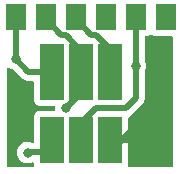
<source format=gtl>
G04 #@! TF.GenerationSoftware,KiCad,Pcbnew,(6.0.6-0)*
G04 #@! TF.CreationDate,2022-07-24T09:40:11-04:00*
G04 #@! TF.ProjectId,hitclips_2040_adapter_v5,68697463-6c69-4707-935f-323034305f61,rev?*
G04 #@! TF.SameCoordinates,Original*
G04 #@! TF.FileFunction,Copper,L1,Top*
G04 #@! TF.FilePolarity,Positive*
%FSLAX46Y46*%
G04 Gerber Fmt 4.6, Leading zero omitted, Abs format (unit mm)*
G04 Created by KiCad (PCBNEW (6.0.6-0)) date 2022-07-24 09:40:11*
%MOMM*%
%LPD*%
G01*
G04 APERTURE LIST*
G04 #@! TA.AperFunction,SMDPad,CuDef*
%ADD10R,2.000000X4.800000*%
G04 #@! TD*
G04 #@! TA.AperFunction,SMDPad,CuDef*
%ADD11R,2.000000X4.000000*%
G04 #@! TD*
G04 #@! TA.AperFunction,ComponentPad*
%ADD12R,1.800000X2.200000*%
G04 #@! TD*
G04 #@! TA.AperFunction,ViaPad*
%ADD13C,0.800000*%
G04 #@! TD*
G04 #@! TA.AperFunction,Conductor*
%ADD14C,0.500000*%
G04 #@! TD*
G04 #@! TA.AperFunction,Conductor*
%ADD15C,0.200000*%
G04 #@! TD*
G04 APERTURE END LIST*
D10*
X134943200Y-90432000D03*
X137423200Y-90432000D03*
X139903200Y-90432000D03*
D11*
X139903200Y-96232000D03*
X137423200Y-96232000D03*
X134943200Y-96232000D03*
D12*
X131875600Y-85783200D03*
X134415600Y-85783200D03*
X136955600Y-85783200D03*
X139495600Y-85783200D03*
X142035600Y-85783200D03*
X144575600Y-85783200D03*
D13*
X131875600Y-89356000D03*
X136144000Y-93522800D03*
X142035600Y-89968000D03*
X132232400Y-92760800D03*
X143611600Y-92151200D03*
X132892800Y-97282000D03*
D14*
X134943200Y-90432000D02*
X132951600Y-90432000D01*
X132951600Y-90432000D02*
X131875600Y-89356000D01*
X131875600Y-89356000D02*
X131875600Y-86000420D01*
X137423200Y-92243600D02*
X136144000Y-93522800D01*
X137423200Y-90432000D02*
X137423200Y-92243600D01*
X142035600Y-89968000D02*
X142035600Y-86000420D01*
X137423200Y-88655200D02*
X136100711Y-87332711D01*
X135747891Y-87332711D02*
X134415600Y-86000420D01*
X137423200Y-90932000D02*
X137423200Y-88655200D01*
X136100711Y-87332711D02*
X135747891Y-87332711D01*
X139903200Y-90932000D02*
X139903200Y-88948020D01*
X138691511Y-87332711D02*
X138287891Y-87332711D01*
X138287891Y-87332711D02*
X136955600Y-86000420D01*
X139903200Y-88544400D02*
X138691511Y-87332711D01*
X139903200Y-88948020D02*
X139903200Y-88544400D01*
X143611600Y-93539600D02*
X143611600Y-92151200D01*
X139903200Y-97248000D02*
X143611600Y-93539600D01*
X137423200Y-97248000D02*
X137423200Y-96028978D01*
X141211422Y-93522800D02*
X142035600Y-92698622D01*
X137423200Y-96232000D02*
X137423200Y-94812978D01*
X138713378Y-93522800D02*
X141211422Y-93522800D01*
X137423200Y-94812978D02*
X138713378Y-93522800D01*
X142035600Y-92698622D02*
X142035600Y-89968000D01*
D15*
X137423200Y-97248000D02*
X137423200Y-96328978D01*
D14*
X132926800Y-97248000D02*
X132892800Y-97282000D01*
X134943200Y-97248000D02*
X132926800Y-97248000D01*
G04 #@! TA.AperFunction,Conductor*
G36*
X143365923Y-87288248D02*
G01*
X143381156Y-87298037D01*
X143428895Y-87333815D01*
X143565284Y-87384945D01*
X143627466Y-87391700D01*
X145059900Y-87391700D01*
X145128021Y-87411702D01*
X145174514Y-87465358D01*
X145185900Y-87517700D01*
X145185900Y-98365500D01*
X145165898Y-98433621D01*
X145112242Y-98480114D01*
X145059900Y-98491500D01*
X141527412Y-98491500D01*
X141459291Y-98471498D01*
X141412798Y-98417842D01*
X141402694Y-98347568D01*
X141404830Y-98336351D01*
X141405305Y-98334352D01*
X141410831Y-98283486D01*
X141411200Y-98276672D01*
X141411200Y-96504115D01*
X141406725Y-96488876D01*
X141405335Y-96487671D01*
X141397652Y-96486000D01*
X139775200Y-96486000D01*
X139707079Y-96465998D01*
X139660586Y-96412342D01*
X139649200Y-96360000D01*
X139649200Y-96104000D01*
X139669202Y-96035879D01*
X139722858Y-95989386D01*
X139775200Y-95978000D01*
X141393084Y-95978000D01*
X141408323Y-95973525D01*
X141409528Y-95972135D01*
X141411199Y-95964452D01*
X141411199Y-94347046D01*
X141431201Y-94278925D01*
X141484857Y-94232432D01*
X141498366Y-94227179D01*
X141522363Y-94219405D01*
X141522362Y-94219405D01*
X141529321Y-94217151D01*
X141535576Y-94213355D01*
X141541050Y-94210849D01*
X141546480Y-94208130D01*
X141553359Y-94205633D01*
X141614398Y-94165614D01*
X141618102Y-94163277D01*
X141680529Y-94125395D01*
X141688906Y-94117997D01*
X141688930Y-94118024D01*
X141691922Y-94115371D01*
X141695155Y-94112668D01*
X141701274Y-94108656D01*
X141754550Y-94052417D01*
X141756928Y-94049975D01*
X142524511Y-93282392D01*
X142538923Y-93270006D01*
X142550518Y-93261473D01*
X142550523Y-93261468D01*
X142556418Y-93257130D01*
X142561157Y-93251552D01*
X142561160Y-93251549D01*
X142590635Y-93216854D01*
X142597565Y-93209338D01*
X142603261Y-93203642D01*
X142605524Y-93200781D01*
X142605529Y-93200776D01*
X142620893Y-93181356D01*
X142623682Y-93177955D01*
X142625343Y-93176000D01*
X142670933Y-93122337D01*
X142674259Y-93115824D01*
X142677620Y-93110785D01*
X142680796Y-93105643D01*
X142685334Y-93099906D01*
X142716255Y-93033747D01*
X142718161Y-93029847D01*
X142751369Y-92964814D01*
X142753108Y-92957705D01*
X142755204Y-92952071D01*
X142757123Y-92946301D01*
X142760222Y-92939672D01*
X142775091Y-92868187D01*
X142776061Y-92863904D01*
X142792073Y-92798466D01*
X142793408Y-92793012D01*
X142794100Y-92781858D01*
X142794135Y-92781860D01*
X142794375Y-92777888D01*
X142794752Y-92773667D01*
X142796241Y-92766507D01*
X142794146Y-92689080D01*
X142794100Y-92685672D01*
X142794100Y-90504999D01*
X142810981Y-90441999D01*
X142866823Y-90345279D01*
X142866824Y-90345278D01*
X142870127Y-90339556D01*
X142929142Y-90157928D01*
X142930748Y-90142653D01*
X142948414Y-89974565D01*
X142949104Y-89968000D01*
X142929142Y-89778072D01*
X142870127Y-89596444D01*
X142810981Y-89494000D01*
X142794100Y-89431001D01*
X142794100Y-87517700D01*
X142814102Y-87449579D01*
X142867758Y-87403086D01*
X142920100Y-87391700D01*
X142983734Y-87391700D01*
X143045916Y-87384945D01*
X143182305Y-87333815D01*
X143230037Y-87298042D01*
X143296541Y-87273195D01*
X143365923Y-87288248D01*
G37*
G04 #@! TD.AperFunction*
G04 #@! TA.AperFunction,Conductor*
G36*
X131366158Y-90108836D02*
G01*
X131418848Y-90147118D01*
X131424876Y-90149802D01*
X131424878Y-90149803D01*
X131457228Y-90164206D01*
X131593312Y-90224794D01*
X131599767Y-90226166D01*
X131599776Y-90226169D01*
X131656372Y-90238199D01*
X131719269Y-90272350D01*
X132367830Y-90920911D01*
X132380216Y-90935323D01*
X132388749Y-90946918D01*
X132388754Y-90946923D01*
X132393092Y-90952818D01*
X132398670Y-90957557D01*
X132398673Y-90957560D01*
X132433368Y-90987035D01*
X132440884Y-90993965D01*
X132446580Y-90999661D01*
X132449441Y-91001924D01*
X132449446Y-91001929D01*
X132468866Y-91017293D01*
X132472267Y-91020082D01*
X132527885Y-91067333D01*
X132534398Y-91070659D01*
X132539437Y-91074020D01*
X132544579Y-91077196D01*
X132550316Y-91081734D01*
X132616475Y-91112655D01*
X132620369Y-91114558D01*
X132685408Y-91147769D01*
X132692517Y-91149508D01*
X132698151Y-91151604D01*
X132703921Y-91153523D01*
X132710550Y-91156622D01*
X132717713Y-91158112D01*
X132717716Y-91158113D01*
X132768430Y-91168661D01*
X132782035Y-91171491D01*
X132786301Y-91172457D01*
X132857210Y-91189808D01*
X132862812Y-91190156D01*
X132862815Y-91190156D01*
X132868364Y-91190500D01*
X132868362Y-91190535D01*
X132872334Y-91190775D01*
X132876555Y-91191152D01*
X132883715Y-91192641D01*
X132961142Y-91190546D01*
X132964550Y-91190500D01*
X133308700Y-91190500D01*
X133376821Y-91210502D01*
X133423314Y-91264158D01*
X133434700Y-91316500D01*
X133434700Y-92880134D01*
X133441455Y-92942316D01*
X133492585Y-93078705D01*
X133579939Y-93195261D01*
X133696495Y-93282615D01*
X133832884Y-93333745D01*
X133895066Y-93340500D01*
X135109719Y-93340500D01*
X135177840Y-93360502D01*
X135224333Y-93414158D01*
X135235029Y-93479670D01*
X135230496Y-93522800D01*
X135231186Y-93529365D01*
X135236963Y-93584330D01*
X135224191Y-93654168D01*
X135175689Y-93706015D01*
X135111653Y-93723500D01*
X133895066Y-93723500D01*
X133832884Y-93730255D01*
X133696495Y-93781385D01*
X133579939Y-93868739D01*
X133492585Y-93985295D01*
X133441455Y-94121684D01*
X133434700Y-94183866D01*
X133434700Y-96334769D01*
X133414698Y-96402890D01*
X133361042Y-96449383D01*
X133290768Y-96459487D01*
X133257452Y-96449876D01*
X133181123Y-96415892D01*
X133181115Y-96415889D01*
X133175088Y-96413206D01*
X133081688Y-96393353D01*
X132994744Y-96374872D01*
X132994739Y-96374872D01*
X132988287Y-96373500D01*
X132797313Y-96373500D01*
X132790861Y-96374872D01*
X132790856Y-96374872D01*
X132703912Y-96393353D01*
X132610512Y-96413206D01*
X132604482Y-96415891D01*
X132604481Y-96415891D01*
X132442078Y-96488197D01*
X132442076Y-96488198D01*
X132436048Y-96490882D01*
X132281547Y-96603134D01*
X132153760Y-96745056D01*
X132058273Y-96910444D01*
X131999258Y-97092072D01*
X131979296Y-97282000D01*
X131999258Y-97471928D01*
X132058273Y-97653556D01*
X132153760Y-97818944D01*
X132281547Y-97960866D01*
X132436048Y-98073118D01*
X132442076Y-98075802D01*
X132442078Y-98075803D01*
X132506960Y-98104690D01*
X132610512Y-98150794D01*
X132703913Y-98170647D01*
X132790856Y-98189128D01*
X132790861Y-98189128D01*
X132797313Y-98190500D01*
X132988287Y-98190500D01*
X132994739Y-98189128D01*
X132994744Y-98189128D01*
X133081687Y-98170647D01*
X133175088Y-98150794D01*
X133181115Y-98148111D01*
X133181123Y-98148108D01*
X133257452Y-98114124D01*
X133327819Y-98104690D01*
X133392116Y-98134797D01*
X133429929Y-98194886D01*
X133434700Y-98229231D01*
X133434700Y-98280134D01*
X133440972Y-98337868D01*
X133441455Y-98342316D01*
X133440736Y-98342394D01*
X133437350Y-98407252D01*
X133395905Y-98464896D01*
X133329875Y-98490983D01*
X133318469Y-98491500D01*
X131292100Y-98491500D01*
X131223979Y-98471498D01*
X131177486Y-98417842D01*
X131166100Y-98365500D01*
X131166100Y-90210774D01*
X131186102Y-90142653D01*
X131239758Y-90096160D01*
X131310032Y-90086056D01*
X131366158Y-90108836D01*
G37*
G04 #@! TD.AperFunction*
M02*

</source>
